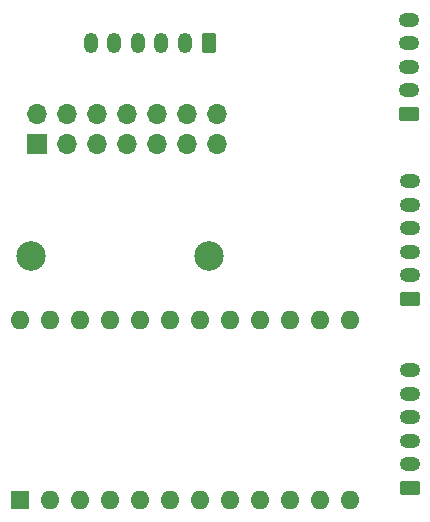
<source format=gbr>
%TF.GenerationSoftware,KiCad,Pcbnew,(6.0.9)*%
%TF.CreationDate,2023-01-21T18:50:51-09:00*%
%TF.ProjectId,CONTROLLER_Stick,434f4e54-524f-44c4-9c45-525f53746963,rev?*%
%TF.SameCoordinates,Original*%
%TF.FileFunction,Soldermask,Bot*%
%TF.FilePolarity,Negative*%
%FSLAX46Y46*%
G04 Gerber Fmt 4.6, Leading zero omitted, Abs format (unit mm)*
G04 Created by KiCad (PCBNEW (6.0.9)) date 2023-01-21 18:50:51*
%MOMM*%
%LPD*%
G01*
G04 APERTURE LIST*
G04 Aperture macros list*
%AMRoundRect*
0 Rectangle with rounded corners*
0 $1 Rounding radius*
0 $2 $3 $4 $5 $6 $7 $8 $9 X,Y pos of 4 corners*
0 Add a 4 corners polygon primitive as box body*
4,1,4,$2,$3,$4,$5,$6,$7,$8,$9,$2,$3,0*
0 Add four circle primitives for the rounded corners*
1,1,$1+$1,$2,$3*
1,1,$1+$1,$4,$5*
1,1,$1+$1,$6,$7*
1,1,$1+$1,$8,$9*
0 Add four rect primitives between the rounded corners*
20,1,$1+$1,$2,$3,$4,$5,0*
20,1,$1+$1,$4,$5,$6,$7,0*
20,1,$1+$1,$6,$7,$8,$9,0*
20,1,$1+$1,$8,$9,$2,$3,0*%
G04 Aperture macros list end*
%ADD10RoundRect,0.250000X0.625000X-0.350000X0.625000X0.350000X-0.625000X0.350000X-0.625000X-0.350000X0*%
%ADD11O,1.750000X1.200000*%
%ADD12R,1.600000X1.600000*%
%ADD13O,1.600000X1.600000*%
%ADD14RoundRect,0.250000X0.350000X0.625000X-0.350000X0.625000X-0.350000X-0.625000X0.350000X-0.625000X0*%
%ADD15O,1.200000X1.750000*%
%ADD16O,1.700000X1.700000*%
%ADD17R,1.700000X1.700000*%
%ADD18C,2.500000*%
G04 APERTURE END LIST*
D10*
%TO.C,J4*%
X35000000Y-10000000D03*
D11*
X35000000Y-8000000D03*
X35000000Y-6000000D03*
X35000000Y-4000000D03*
X35000000Y-2000000D03*
%TD*%
D10*
%TO.C,J2*%
X35024000Y-41670000D03*
D11*
X35024000Y-39670000D03*
X35024000Y-37670000D03*
X35024000Y-35670000D03*
X35024000Y-33670000D03*
X35024000Y-31670000D03*
%TD*%
D10*
%TO.C,J1*%
X35024000Y-25670000D03*
D11*
X35024000Y-23670000D03*
X35024000Y-21670000D03*
X35024000Y-19670000D03*
X35024000Y-17670000D03*
X35024000Y-15670000D03*
%TD*%
D12*
%TO.C,U1*%
X2004000Y-42688000D03*
D13*
X4544000Y-42688000D03*
X7084000Y-42688000D03*
X9624000Y-42688000D03*
X12164000Y-42688000D03*
X14704000Y-42688000D03*
X17244000Y-42688000D03*
X19784000Y-42688000D03*
X22324000Y-42688000D03*
X24864000Y-42688000D03*
X27404000Y-42688000D03*
X29944000Y-42688000D03*
X29944000Y-27448000D03*
X27404000Y-27448000D03*
X24864000Y-27448000D03*
X22324000Y-27448000D03*
X19784000Y-27448000D03*
X17244000Y-27448000D03*
X14704000Y-27448000D03*
X12164000Y-27448000D03*
X9624000Y-27448000D03*
X7084000Y-27448000D03*
X4544000Y-27448000D03*
X2004000Y-27448000D03*
%TD*%
D14*
%TO.C,J3*%
X18000000Y-4000000D03*
D15*
X16000000Y-4000000D03*
X14000000Y-4000000D03*
X12000000Y-4000000D03*
X10000000Y-4000000D03*
X8000000Y-4000000D03*
%TD*%
D16*
%TO.C,J5*%
X18740000Y-9960000D03*
X18740000Y-12500000D03*
X16200000Y-9960000D03*
X16200000Y-12500000D03*
X13660000Y-9960000D03*
X13660000Y-12500000D03*
X11120000Y-9960000D03*
X11120000Y-12500000D03*
X8580000Y-9960000D03*
X8580000Y-12500000D03*
X6040000Y-9960000D03*
X6040000Y-12500000D03*
X3500000Y-9960000D03*
D17*
X3500000Y-12500000D03*
%TD*%
D18*
%TO.C,H2*%
X18000000Y-22000000D03*
%TD*%
%TO.C,H1*%
X3000000Y-22000000D03*
%TD*%
M02*

</source>
